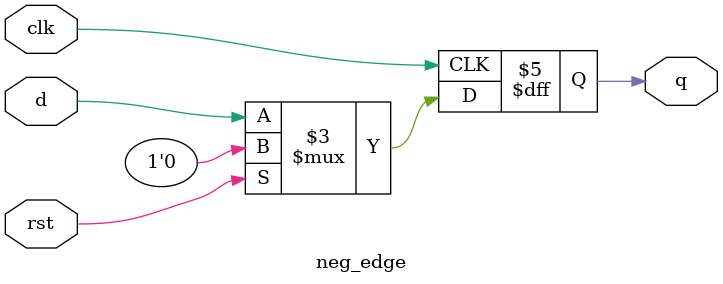
<source format=sv>
module neg_edge
(
  input logic clk,
  input logic d,
  input logic rst,
  output logic q
);

  always_ff @(negedge clk) begin
    if (rst)
      q <= '0;
    else
      q <= d;
  end
endmodule

</source>
